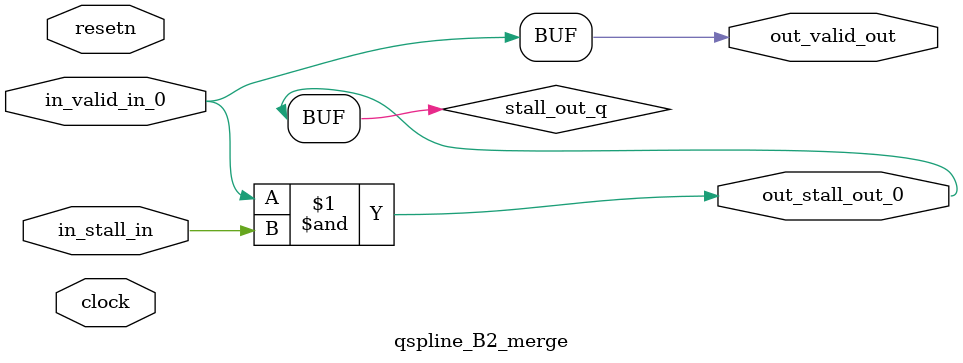
<source format=sv>



(* altera_attribute = "-name AUTO_SHIFT_REGISTER_RECOGNITION OFF; -name MESSAGE_DISABLE 10036; -name MESSAGE_DISABLE 10037; -name MESSAGE_DISABLE 14130; -name MESSAGE_DISABLE 14320; -name MESSAGE_DISABLE 15400; -name MESSAGE_DISABLE 14130; -name MESSAGE_DISABLE 10036; -name MESSAGE_DISABLE 12020; -name MESSAGE_DISABLE 12030; -name MESSAGE_DISABLE 12010; -name MESSAGE_DISABLE 12110; -name MESSAGE_DISABLE 14320; -name MESSAGE_DISABLE 13410; -name MESSAGE_DISABLE 113007; -name MESSAGE_DISABLE 10958" *)
module qspline_B2_merge (
    input wire [0:0] in_stall_in,
    input wire [0:0] in_valid_in_0,
    output wire [0:0] out_stall_out_0,
    output wire [0:0] out_valid_out,
    input wire clock,
    input wire resetn
    );

    wire [0:0] stall_out_q;


    // stall_out(LOGICAL,6)
    assign stall_out_q = in_valid_in_0 & in_stall_in;

    // out_stall_out_0(GPOUT,4)
    assign out_stall_out_0 = stall_out_q;

    // out_valid_out(GPOUT,5)
    assign out_valid_out = in_valid_in_0;

endmodule

</source>
